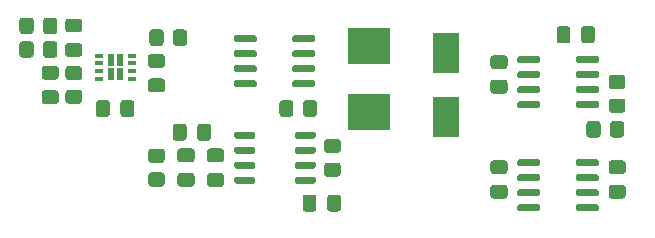
<source format=gtp>
G04 #@! TF.GenerationSoftware,KiCad,Pcbnew,(5.1.10)-1*
G04 #@! TF.CreationDate,2021-10-18T13:49:48+01:00*
G04 #@! TF.ProjectId,Battery,42617474-6572-4792-9e6b-696361645f70,1*
G04 #@! TF.SameCoordinates,Original*
G04 #@! TF.FileFunction,Paste,Top*
G04 #@! TF.FilePolarity,Positive*
%FSLAX46Y46*%
G04 Gerber Fmt 4.6, Leading zero omitted, Abs format (unit mm)*
G04 Created by KiCad (PCBNEW (5.1.10)-1) date 2021-10-18 13:49:48*
%MOMM*%
%LPD*%
G01*
G04 APERTURE LIST*
%ADD10R,0.600000X1.000000*%
%ADD11R,0.650000X0.350000*%
%ADD12R,3.600000X3.100000*%
%ADD13R,2.300000X3.500000*%
G04 APERTURE END LIST*
G36*
G01*
X127025000Y-103375000D02*
X127975000Y-103375000D01*
G75*
G02*
X128225000Y-103625000I0J-250000D01*
G01*
X128225000Y-104300000D01*
G75*
G02*
X127975000Y-104550000I-250000J0D01*
G01*
X127025000Y-104550000D01*
G75*
G02*
X126775000Y-104300000I0J250000D01*
G01*
X126775000Y-103625000D01*
G75*
G02*
X127025000Y-103375000I250000J0D01*
G01*
G37*
G36*
G01*
X127025000Y-105450000D02*
X127975000Y-105450000D01*
G75*
G02*
X128225000Y-105700000I0J-250000D01*
G01*
X128225000Y-106375000D01*
G75*
G02*
X127975000Y-106625000I-250000J0D01*
G01*
X127025000Y-106625000D01*
G75*
G02*
X126775000Y-106375000I0J250000D01*
G01*
X126775000Y-105700000D01*
G75*
G02*
X127025000Y-105450000I250000J0D01*
G01*
G37*
G36*
G01*
X165050000Y-106995000D02*
X165050000Y-106695000D01*
G75*
G02*
X165200000Y-106545000I150000J0D01*
G01*
X166850000Y-106545000D01*
G75*
G02*
X167000000Y-106695000I0J-150000D01*
G01*
X167000000Y-106995000D01*
G75*
G02*
X166850000Y-107145000I-150000J0D01*
G01*
X165200000Y-107145000D01*
G75*
G02*
X165050000Y-106995000I0J150000D01*
G01*
G37*
G36*
G01*
X165050000Y-108265000D02*
X165050000Y-107965000D01*
G75*
G02*
X165200000Y-107815000I150000J0D01*
G01*
X166850000Y-107815000D01*
G75*
G02*
X167000000Y-107965000I0J-150000D01*
G01*
X167000000Y-108265000D01*
G75*
G02*
X166850000Y-108415000I-150000J0D01*
G01*
X165200000Y-108415000D01*
G75*
G02*
X165050000Y-108265000I0J150000D01*
G01*
G37*
G36*
G01*
X165050000Y-109535000D02*
X165050000Y-109235000D01*
G75*
G02*
X165200000Y-109085000I150000J0D01*
G01*
X166850000Y-109085000D01*
G75*
G02*
X167000000Y-109235000I0J-150000D01*
G01*
X167000000Y-109535000D01*
G75*
G02*
X166850000Y-109685000I-150000J0D01*
G01*
X165200000Y-109685000D01*
G75*
G02*
X165050000Y-109535000I0J150000D01*
G01*
G37*
G36*
G01*
X165050000Y-110805000D02*
X165050000Y-110505000D01*
G75*
G02*
X165200000Y-110355000I150000J0D01*
G01*
X166850000Y-110355000D01*
G75*
G02*
X167000000Y-110505000I0J-150000D01*
G01*
X167000000Y-110805000D01*
G75*
G02*
X166850000Y-110955000I-150000J0D01*
G01*
X165200000Y-110955000D01*
G75*
G02*
X165050000Y-110805000I0J150000D01*
G01*
G37*
G36*
G01*
X170000000Y-110805000D02*
X170000000Y-110505000D01*
G75*
G02*
X170150000Y-110355000I150000J0D01*
G01*
X171800000Y-110355000D01*
G75*
G02*
X171950000Y-110505000I0J-150000D01*
G01*
X171950000Y-110805000D01*
G75*
G02*
X171800000Y-110955000I-150000J0D01*
G01*
X170150000Y-110955000D01*
G75*
G02*
X170000000Y-110805000I0J150000D01*
G01*
G37*
G36*
G01*
X170000000Y-109535000D02*
X170000000Y-109235000D01*
G75*
G02*
X170150000Y-109085000I150000J0D01*
G01*
X171800000Y-109085000D01*
G75*
G02*
X171950000Y-109235000I0J-150000D01*
G01*
X171950000Y-109535000D01*
G75*
G02*
X171800000Y-109685000I-150000J0D01*
G01*
X170150000Y-109685000D01*
G75*
G02*
X170000000Y-109535000I0J150000D01*
G01*
G37*
G36*
G01*
X170000000Y-108265000D02*
X170000000Y-107965000D01*
G75*
G02*
X170150000Y-107815000I150000J0D01*
G01*
X171800000Y-107815000D01*
G75*
G02*
X171950000Y-107965000I0J-150000D01*
G01*
X171950000Y-108265000D01*
G75*
G02*
X171800000Y-108415000I-150000J0D01*
G01*
X170150000Y-108415000D01*
G75*
G02*
X170000000Y-108265000I0J150000D01*
G01*
G37*
G36*
G01*
X170000000Y-106995000D02*
X170000000Y-106695000D01*
G75*
G02*
X170150000Y-106545000I150000J0D01*
G01*
X171800000Y-106545000D01*
G75*
G02*
X171950000Y-106695000I0J-150000D01*
G01*
X171950000Y-106995000D01*
G75*
G02*
X171800000Y-107145000I-150000J0D01*
G01*
X170150000Y-107145000D01*
G75*
G02*
X170000000Y-106995000I0J150000D01*
G01*
G37*
G36*
G01*
X165050000Y-115745000D02*
X165050000Y-115445000D01*
G75*
G02*
X165200000Y-115295000I150000J0D01*
G01*
X166850000Y-115295000D01*
G75*
G02*
X167000000Y-115445000I0J-150000D01*
G01*
X167000000Y-115745000D01*
G75*
G02*
X166850000Y-115895000I-150000J0D01*
G01*
X165200000Y-115895000D01*
G75*
G02*
X165050000Y-115745000I0J150000D01*
G01*
G37*
G36*
G01*
X165050000Y-117015000D02*
X165050000Y-116715000D01*
G75*
G02*
X165200000Y-116565000I150000J0D01*
G01*
X166850000Y-116565000D01*
G75*
G02*
X167000000Y-116715000I0J-150000D01*
G01*
X167000000Y-117015000D01*
G75*
G02*
X166850000Y-117165000I-150000J0D01*
G01*
X165200000Y-117165000D01*
G75*
G02*
X165050000Y-117015000I0J150000D01*
G01*
G37*
G36*
G01*
X165050000Y-118285000D02*
X165050000Y-117985000D01*
G75*
G02*
X165200000Y-117835000I150000J0D01*
G01*
X166850000Y-117835000D01*
G75*
G02*
X167000000Y-117985000I0J-150000D01*
G01*
X167000000Y-118285000D01*
G75*
G02*
X166850000Y-118435000I-150000J0D01*
G01*
X165200000Y-118435000D01*
G75*
G02*
X165050000Y-118285000I0J150000D01*
G01*
G37*
G36*
G01*
X165050000Y-119555000D02*
X165050000Y-119255000D01*
G75*
G02*
X165200000Y-119105000I150000J0D01*
G01*
X166850000Y-119105000D01*
G75*
G02*
X167000000Y-119255000I0J-150000D01*
G01*
X167000000Y-119555000D01*
G75*
G02*
X166850000Y-119705000I-150000J0D01*
G01*
X165200000Y-119705000D01*
G75*
G02*
X165050000Y-119555000I0J150000D01*
G01*
G37*
G36*
G01*
X170000000Y-119555000D02*
X170000000Y-119255000D01*
G75*
G02*
X170150000Y-119105000I150000J0D01*
G01*
X171800000Y-119105000D01*
G75*
G02*
X171950000Y-119255000I0J-150000D01*
G01*
X171950000Y-119555000D01*
G75*
G02*
X171800000Y-119705000I-150000J0D01*
G01*
X170150000Y-119705000D01*
G75*
G02*
X170000000Y-119555000I0J150000D01*
G01*
G37*
G36*
G01*
X170000000Y-118285000D02*
X170000000Y-117985000D01*
G75*
G02*
X170150000Y-117835000I150000J0D01*
G01*
X171800000Y-117835000D01*
G75*
G02*
X171950000Y-117985000I0J-150000D01*
G01*
X171950000Y-118285000D01*
G75*
G02*
X171800000Y-118435000I-150000J0D01*
G01*
X170150000Y-118435000D01*
G75*
G02*
X170000000Y-118285000I0J150000D01*
G01*
G37*
G36*
G01*
X170000000Y-117015000D02*
X170000000Y-116715000D01*
G75*
G02*
X170150000Y-116565000I150000J0D01*
G01*
X171800000Y-116565000D01*
G75*
G02*
X171950000Y-116715000I0J-150000D01*
G01*
X171950000Y-117015000D01*
G75*
G02*
X171800000Y-117165000I-150000J0D01*
G01*
X170150000Y-117165000D01*
G75*
G02*
X170000000Y-117015000I0J150000D01*
G01*
G37*
G36*
G01*
X170000000Y-115745000D02*
X170000000Y-115445000D01*
G75*
G02*
X170150000Y-115295000I150000J0D01*
G01*
X171800000Y-115295000D01*
G75*
G02*
X171950000Y-115445000I0J-150000D01*
G01*
X171950000Y-115745000D01*
G75*
G02*
X171800000Y-115895000I-150000J0D01*
G01*
X170150000Y-115895000D01*
G75*
G02*
X170000000Y-115745000I0J150000D01*
G01*
G37*
G36*
G01*
X141090000Y-113415000D02*
X141090000Y-113115000D01*
G75*
G02*
X141240000Y-112965000I150000J0D01*
G01*
X142690000Y-112965000D01*
G75*
G02*
X142840000Y-113115000I0J-150000D01*
G01*
X142840000Y-113415000D01*
G75*
G02*
X142690000Y-113565000I-150000J0D01*
G01*
X141240000Y-113565000D01*
G75*
G02*
X141090000Y-113415000I0J150000D01*
G01*
G37*
G36*
G01*
X141090000Y-114685000D02*
X141090000Y-114385000D01*
G75*
G02*
X141240000Y-114235000I150000J0D01*
G01*
X142690000Y-114235000D01*
G75*
G02*
X142840000Y-114385000I0J-150000D01*
G01*
X142840000Y-114685000D01*
G75*
G02*
X142690000Y-114835000I-150000J0D01*
G01*
X141240000Y-114835000D01*
G75*
G02*
X141090000Y-114685000I0J150000D01*
G01*
G37*
G36*
G01*
X141090000Y-115955000D02*
X141090000Y-115655000D01*
G75*
G02*
X141240000Y-115505000I150000J0D01*
G01*
X142690000Y-115505000D01*
G75*
G02*
X142840000Y-115655000I0J-150000D01*
G01*
X142840000Y-115955000D01*
G75*
G02*
X142690000Y-116105000I-150000J0D01*
G01*
X141240000Y-116105000D01*
G75*
G02*
X141090000Y-115955000I0J150000D01*
G01*
G37*
G36*
G01*
X141090000Y-117225000D02*
X141090000Y-116925000D01*
G75*
G02*
X141240000Y-116775000I150000J0D01*
G01*
X142690000Y-116775000D01*
G75*
G02*
X142840000Y-116925000I0J-150000D01*
G01*
X142840000Y-117225000D01*
G75*
G02*
X142690000Y-117375000I-150000J0D01*
G01*
X141240000Y-117375000D01*
G75*
G02*
X141090000Y-117225000I0J150000D01*
G01*
G37*
G36*
G01*
X146240000Y-117225000D02*
X146240000Y-116925000D01*
G75*
G02*
X146390000Y-116775000I150000J0D01*
G01*
X147840000Y-116775000D01*
G75*
G02*
X147990000Y-116925000I0J-150000D01*
G01*
X147990000Y-117225000D01*
G75*
G02*
X147840000Y-117375000I-150000J0D01*
G01*
X146390000Y-117375000D01*
G75*
G02*
X146240000Y-117225000I0J150000D01*
G01*
G37*
G36*
G01*
X146240000Y-115955000D02*
X146240000Y-115655000D01*
G75*
G02*
X146390000Y-115505000I150000J0D01*
G01*
X147840000Y-115505000D01*
G75*
G02*
X147990000Y-115655000I0J-150000D01*
G01*
X147990000Y-115955000D01*
G75*
G02*
X147840000Y-116105000I-150000J0D01*
G01*
X146390000Y-116105000D01*
G75*
G02*
X146240000Y-115955000I0J150000D01*
G01*
G37*
G36*
G01*
X146240000Y-114685000D02*
X146240000Y-114385000D01*
G75*
G02*
X146390000Y-114235000I150000J0D01*
G01*
X147840000Y-114235000D01*
G75*
G02*
X147990000Y-114385000I0J-150000D01*
G01*
X147990000Y-114685000D01*
G75*
G02*
X147840000Y-114835000I-150000J0D01*
G01*
X146390000Y-114835000D01*
G75*
G02*
X146240000Y-114685000I0J150000D01*
G01*
G37*
G36*
G01*
X146240000Y-113415000D02*
X146240000Y-113115000D01*
G75*
G02*
X146390000Y-112965000I150000J0D01*
G01*
X147840000Y-112965000D01*
G75*
G02*
X147990000Y-113115000I0J-150000D01*
G01*
X147990000Y-113415000D01*
G75*
G02*
X147840000Y-113565000I-150000J0D01*
G01*
X146390000Y-113565000D01*
G75*
G02*
X146240000Y-113415000I0J150000D01*
G01*
G37*
D10*
X130612500Y-106900000D03*
X131387500Y-106900000D03*
X131387500Y-108100000D03*
X130612500Y-108100000D03*
D11*
X132400000Y-106525000D03*
X132400000Y-107175000D03*
X132400000Y-107825000D03*
X132400000Y-108475000D03*
X129600000Y-108475000D03*
X129600000Y-107825000D03*
X129600000Y-107175000D03*
X129600000Y-106525000D03*
G36*
G01*
X173950001Y-111350000D02*
X173049999Y-111350000D01*
G75*
G02*
X172800000Y-111100001I0J249999D01*
G01*
X172800000Y-110399999D01*
G75*
G02*
X173049999Y-110150000I249999J0D01*
G01*
X173950001Y-110150000D01*
G75*
G02*
X174200000Y-110399999I0J-249999D01*
G01*
X174200000Y-111100001D01*
G75*
G02*
X173950001Y-111350000I-249999J0D01*
G01*
G37*
G36*
G01*
X173950001Y-109350000D02*
X173049999Y-109350000D01*
G75*
G02*
X172800000Y-109100001I0J249999D01*
G01*
X172800000Y-108399999D01*
G75*
G02*
X173049999Y-108150000I249999J0D01*
G01*
X173950001Y-108150000D01*
G75*
G02*
X174200000Y-108399999I0J-249999D01*
G01*
X174200000Y-109100001D01*
G75*
G02*
X173950001Y-109350000I-249999J0D01*
G01*
G37*
G36*
G01*
X174100000Y-112299999D02*
X174100000Y-113200001D01*
G75*
G02*
X173850001Y-113450000I-249999J0D01*
G01*
X173149999Y-113450000D01*
G75*
G02*
X172900000Y-113200001I0J249999D01*
G01*
X172900000Y-112299999D01*
G75*
G02*
X173149999Y-112050000I249999J0D01*
G01*
X173850001Y-112050000D01*
G75*
G02*
X174100000Y-112299999I0J-249999D01*
G01*
G37*
G36*
G01*
X172100000Y-112299999D02*
X172100000Y-113200001D01*
G75*
G02*
X171850001Y-113450000I-249999J0D01*
G01*
X171149999Y-113450000D01*
G75*
G02*
X170900000Y-113200001I0J249999D01*
G01*
X170900000Y-112299999D01*
G75*
G02*
X171149999Y-112050000I249999J0D01*
G01*
X171850001Y-112050000D01*
G75*
G02*
X172100000Y-112299999I0J-249999D01*
G01*
G37*
G36*
G01*
X146900000Y-111450001D02*
X146900000Y-110549999D01*
G75*
G02*
X147149999Y-110300000I249999J0D01*
G01*
X147850001Y-110300000D01*
G75*
G02*
X148100000Y-110549999I0J-249999D01*
G01*
X148100000Y-111450001D01*
G75*
G02*
X147850001Y-111700000I-249999J0D01*
G01*
X147149999Y-111700000D01*
G75*
G02*
X146900000Y-111450001I0J249999D01*
G01*
G37*
G36*
G01*
X144900000Y-111450001D02*
X144900000Y-110549999D01*
G75*
G02*
X145149999Y-110300000I249999J0D01*
G01*
X145850001Y-110300000D01*
G75*
G02*
X146100000Y-110549999I0J-249999D01*
G01*
X146100000Y-111450001D01*
G75*
G02*
X145850001Y-111700000I-249999J0D01*
G01*
X145149999Y-111700000D01*
G75*
G02*
X144900000Y-111450001I0J249999D01*
G01*
G37*
G36*
G01*
X135100000Y-104549999D02*
X135100000Y-105450001D01*
G75*
G02*
X134850001Y-105700000I-249999J0D01*
G01*
X134149999Y-105700000D01*
G75*
G02*
X133900000Y-105450001I0J249999D01*
G01*
X133900000Y-104549999D01*
G75*
G02*
X134149999Y-104300000I249999J0D01*
G01*
X134850001Y-104300000D01*
G75*
G02*
X135100000Y-104549999I0J-249999D01*
G01*
G37*
G36*
G01*
X137100000Y-104549999D02*
X137100000Y-105450001D01*
G75*
G02*
X136850001Y-105700000I-249999J0D01*
G01*
X136149999Y-105700000D01*
G75*
G02*
X135900000Y-105450001I0J249999D01*
G01*
X135900000Y-104549999D01*
G75*
G02*
X136149999Y-104300000I249999J0D01*
G01*
X136850001Y-104300000D01*
G75*
G02*
X137100000Y-104549999I0J-249999D01*
G01*
G37*
G36*
G01*
X134049999Y-116400000D02*
X134950001Y-116400000D01*
G75*
G02*
X135200000Y-116649999I0J-249999D01*
G01*
X135200000Y-117350001D01*
G75*
G02*
X134950001Y-117600000I-249999J0D01*
G01*
X134049999Y-117600000D01*
G75*
G02*
X133800000Y-117350001I0J249999D01*
G01*
X133800000Y-116649999D01*
G75*
G02*
X134049999Y-116400000I249999J0D01*
G01*
G37*
G36*
G01*
X134049999Y-114400000D02*
X134950001Y-114400000D01*
G75*
G02*
X135200000Y-114649999I0J-249999D01*
G01*
X135200000Y-115350001D01*
G75*
G02*
X134950001Y-115600000I-249999J0D01*
G01*
X134049999Y-115600000D01*
G75*
G02*
X133800000Y-115350001I0J249999D01*
G01*
X133800000Y-114649999D01*
G75*
G02*
X134049999Y-114400000I249999J0D01*
G01*
G37*
G36*
G01*
X127950001Y-108600000D02*
X127049999Y-108600000D01*
G75*
G02*
X126800000Y-108350001I0J249999D01*
G01*
X126800000Y-107649999D01*
G75*
G02*
X127049999Y-107400000I249999J0D01*
G01*
X127950001Y-107400000D01*
G75*
G02*
X128200000Y-107649999I0J-249999D01*
G01*
X128200000Y-108350001D01*
G75*
G02*
X127950001Y-108600000I-249999J0D01*
G01*
G37*
G36*
G01*
X127950001Y-110600000D02*
X127049999Y-110600000D01*
G75*
G02*
X126800000Y-110350001I0J249999D01*
G01*
X126800000Y-109649999D01*
G75*
G02*
X127049999Y-109400000I249999J0D01*
G01*
X127950001Y-109400000D01*
G75*
G02*
X128200000Y-109649999I0J-249999D01*
G01*
X128200000Y-110350001D01*
G75*
G02*
X127950001Y-110600000I-249999J0D01*
G01*
G37*
G36*
G01*
X124900000Y-106450001D02*
X124900000Y-105549999D01*
G75*
G02*
X125149999Y-105300000I249999J0D01*
G01*
X125850001Y-105300000D01*
G75*
G02*
X126100000Y-105549999I0J-249999D01*
G01*
X126100000Y-106450001D01*
G75*
G02*
X125850001Y-106700000I-249999J0D01*
G01*
X125149999Y-106700000D01*
G75*
G02*
X124900000Y-106450001I0J249999D01*
G01*
G37*
G36*
G01*
X122900000Y-106450001D02*
X122900000Y-105549999D01*
G75*
G02*
X123149999Y-105300000I249999J0D01*
G01*
X123850001Y-105300000D01*
G75*
G02*
X124100000Y-105549999I0J-249999D01*
G01*
X124100000Y-106450001D01*
G75*
G02*
X123850001Y-106700000I-249999J0D01*
G01*
X123149999Y-106700000D01*
G75*
G02*
X122900000Y-106450001I0J249999D01*
G01*
G37*
G36*
G01*
X124900000Y-104450001D02*
X124900000Y-103549999D01*
G75*
G02*
X125149999Y-103300000I249999J0D01*
G01*
X125850001Y-103300000D01*
G75*
G02*
X126100000Y-103549999I0J-249999D01*
G01*
X126100000Y-104450001D01*
G75*
G02*
X125850001Y-104700000I-249999J0D01*
G01*
X125149999Y-104700000D01*
G75*
G02*
X124900000Y-104450001I0J249999D01*
G01*
G37*
G36*
G01*
X122900000Y-104450001D02*
X122900000Y-103549999D01*
G75*
G02*
X123149999Y-103300000I249999J0D01*
G01*
X123850001Y-103300000D01*
G75*
G02*
X124100000Y-103549999I0J-249999D01*
G01*
X124100000Y-104450001D01*
G75*
G02*
X123850001Y-104700000I-249999J0D01*
G01*
X123149999Y-104700000D01*
G75*
G02*
X122900000Y-104450001I0J249999D01*
G01*
G37*
G36*
G01*
X149850001Y-114770000D02*
X148949999Y-114770000D01*
G75*
G02*
X148700000Y-114520001I0J249999D01*
G01*
X148700000Y-113819999D01*
G75*
G02*
X148949999Y-113570000I249999J0D01*
G01*
X149850001Y-113570000D01*
G75*
G02*
X150100000Y-113819999I0J-249999D01*
G01*
X150100000Y-114520001D01*
G75*
G02*
X149850001Y-114770000I-249999J0D01*
G01*
G37*
G36*
G01*
X149850001Y-116770000D02*
X148949999Y-116770000D01*
G75*
G02*
X148700000Y-116520001I0J249999D01*
G01*
X148700000Y-115819999D01*
G75*
G02*
X148949999Y-115570000I249999J0D01*
G01*
X149850001Y-115570000D01*
G75*
G02*
X150100000Y-115819999I0J-249999D01*
G01*
X150100000Y-116520001D01*
G75*
G02*
X149850001Y-116770000I-249999J0D01*
G01*
G37*
G36*
G01*
X146000000Y-105245000D02*
X146000000Y-104945000D01*
G75*
G02*
X146150000Y-104795000I150000J0D01*
G01*
X147800000Y-104795000D01*
G75*
G02*
X147950000Y-104945000I0J-150000D01*
G01*
X147950000Y-105245000D01*
G75*
G02*
X147800000Y-105395000I-150000J0D01*
G01*
X146150000Y-105395000D01*
G75*
G02*
X146000000Y-105245000I0J150000D01*
G01*
G37*
G36*
G01*
X146000000Y-106515000D02*
X146000000Y-106215000D01*
G75*
G02*
X146150000Y-106065000I150000J0D01*
G01*
X147800000Y-106065000D01*
G75*
G02*
X147950000Y-106215000I0J-150000D01*
G01*
X147950000Y-106515000D01*
G75*
G02*
X147800000Y-106665000I-150000J0D01*
G01*
X146150000Y-106665000D01*
G75*
G02*
X146000000Y-106515000I0J150000D01*
G01*
G37*
G36*
G01*
X146000000Y-107785000D02*
X146000000Y-107485000D01*
G75*
G02*
X146150000Y-107335000I150000J0D01*
G01*
X147800000Y-107335000D01*
G75*
G02*
X147950000Y-107485000I0J-150000D01*
G01*
X147950000Y-107785000D01*
G75*
G02*
X147800000Y-107935000I-150000J0D01*
G01*
X146150000Y-107935000D01*
G75*
G02*
X146000000Y-107785000I0J150000D01*
G01*
G37*
G36*
G01*
X146000000Y-109055000D02*
X146000000Y-108755000D01*
G75*
G02*
X146150000Y-108605000I150000J0D01*
G01*
X147800000Y-108605000D01*
G75*
G02*
X147950000Y-108755000I0J-150000D01*
G01*
X147950000Y-109055000D01*
G75*
G02*
X147800000Y-109205000I-150000J0D01*
G01*
X146150000Y-109205000D01*
G75*
G02*
X146000000Y-109055000I0J150000D01*
G01*
G37*
G36*
G01*
X141050000Y-109055000D02*
X141050000Y-108755000D01*
G75*
G02*
X141200000Y-108605000I150000J0D01*
G01*
X142850000Y-108605000D01*
G75*
G02*
X143000000Y-108755000I0J-150000D01*
G01*
X143000000Y-109055000D01*
G75*
G02*
X142850000Y-109205000I-150000J0D01*
G01*
X141200000Y-109205000D01*
G75*
G02*
X141050000Y-109055000I0J150000D01*
G01*
G37*
G36*
G01*
X141050000Y-107785000D02*
X141050000Y-107485000D01*
G75*
G02*
X141200000Y-107335000I150000J0D01*
G01*
X142850000Y-107335000D01*
G75*
G02*
X143000000Y-107485000I0J-150000D01*
G01*
X143000000Y-107785000D01*
G75*
G02*
X142850000Y-107935000I-150000J0D01*
G01*
X141200000Y-107935000D01*
G75*
G02*
X141050000Y-107785000I0J150000D01*
G01*
G37*
G36*
G01*
X141050000Y-106515000D02*
X141050000Y-106215000D01*
G75*
G02*
X141200000Y-106065000I150000J0D01*
G01*
X142850000Y-106065000D01*
G75*
G02*
X143000000Y-106215000I0J-150000D01*
G01*
X143000000Y-106515000D01*
G75*
G02*
X142850000Y-106665000I-150000J0D01*
G01*
X141200000Y-106665000D01*
G75*
G02*
X141050000Y-106515000I0J150000D01*
G01*
G37*
G36*
G01*
X141050000Y-105245000D02*
X141050000Y-104945000D01*
G75*
G02*
X141200000Y-104795000I150000J0D01*
G01*
X142850000Y-104795000D01*
G75*
G02*
X143000000Y-104945000I0J-150000D01*
G01*
X143000000Y-105245000D01*
G75*
G02*
X142850000Y-105395000I-150000J0D01*
G01*
X141200000Y-105395000D01*
G75*
G02*
X141050000Y-105245000I0J150000D01*
G01*
G37*
D12*
X152500000Y-105700000D03*
X152500000Y-111300000D03*
D13*
X159000000Y-106300000D03*
X159000000Y-111700000D03*
G36*
G01*
X169550000Y-104275000D02*
X169550000Y-105225000D01*
G75*
G02*
X169300000Y-105475000I-250000J0D01*
G01*
X168625000Y-105475000D01*
G75*
G02*
X168375000Y-105225000I0J250000D01*
G01*
X168375000Y-104275000D01*
G75*
G02*
X168625000Y-104025000I250000J0D01*
G01*
X169300000Y-104025000D01*
G75*
G02*
X169550000Y-104275000I0J-250000D01*
G01*
G37*
G36*
G01*
X171625000Y-104275000D02*
X171625000Y-105225000D01*
G75*
G02*
X171375000Y-105475000I-250000J0D01*
G01*
X170700000Y-105475000D01*
G75*
G02*
X170450000Y-105225000I0J250000D01*
G01*
X170450000Y-104275000D01*
G75*
G02*
X170700000Y-104025000I250000J0D01*
G01*
X171375000Y-104025000D01*
G75*
G02*
X171625000Y-104275000I0J-250000D01*
G01*
G37*
G36*
G01*
X173025000Y-117450000D02*
X173975000Y-117450000D01*
G75*
G02*
X174225000Y-117700000I0J-250000D01*
G01*
X174225000Y-118375000D01*
G75*
G02*
X173975000Y-118625000I-250000J0D01*
G01*
X173025000Y-118625000D01*
G75*
G02*
X172775000Y-118375000I0J250000D01*
G01*
X172775000Y-117700000D01*
G75*
G02*
X173025000Y-117450000I250000J0D01*
G01*
G37*
G36*
G01*
X173025000Y-115375000D02*
X173975000Y-115375000D01*
G75*
G02*
X174225000Y-115625000I0J-250000D01*
G01*
X174225000Y-116300000D01*
G75*
G02*
X173975000Y-116550000I-250000J0D01*
G01*
X173025000Y-116550000D01*
G75*
G02*
X172775000Y-116300000I0J250000D01*
G01*
X172775000Y-115625000D01*
G75*
G02*
X173025000Y-115375000I250000J0D01*
G01*
G37*
G36*
G01*
X163025000Y-108550000D02*
X163975000Y-108550000D01*
G75*
G02*
X164225000Y-108800000I0J-250000D01*
G01*
X164225000Y-109475000D01*
G75*
G02*
X163975000Y-109725000I-250000J0D01*
G01*
X163025000Y-109725000D01*
G75*
G02*
X162775000Y-109475000I0J250000D01*
G01*
X162775000Y-108800000D01*
G75*
G02*
X163025000Y-108550000I250000J0D01*
G01*
G37*
G36*
G01*
X163025000Y-106475000D02*
X163975000Y-106475000D01*
G75*
G02*
X164225000Y-106725000I0J-250000D01*
G01*
X164225000Y-107400000D01*
G75*
G02*
X163975000Y-107650000I-250000J0D01*
G01*
X163025000Y-107650000D01*
G75*
G02*
X162775000Y-107400000I0J250000D01*
G01*
X162775000Y-106725000D01*
G75*
G02*
X163025000Y-106475000I250000J0D01*
G01*
G37*
G36*
G01*
X163025000Y-117450000D02*
X163975000Y-117450000D01*
G75*
G02*
X164225000Y-117700000I0J-250000D01*
G01*
X164225000Y-118375000D01*
G75*
G02*
X163975000Y-118625000I-250000J0D01*
G01*
X163025000Y-118625000D01*
G75*
G02*
X162775000Y-118375000I0J250000D01*
G01*
X162775000Y-117700000D01*
G75*
G02*
X163025000Y-117450000I250000J0D01*
G01*
G37*
G36*
G01*
X163025000Y-115375000D02*
X163975000Y-115375000D01*
G75*
G02*
X164225000Y-115625000I0J-250000D01*
G01*
X164225000Y-116300000D01*
G75*
G02*
X163975000Y-116550000I-250000J0D01*
G01*
X163025000Y-116550000D01*
G75*
G02*
X162775000Y-116300000I0J250000D01*
G01*
X162775000Y-115625000D01*
G75*
G02*
X163025000Y-115375000I250000J0D01*
G01*
G37*
G36*
G01*
X134025000Y-106375000D02*
X134975000Y-106375000D01*
G75*
G02*
X135225000Y-106625000I0J-250000D01*
G01*
X135225000Y-107300000D01*
G75*
G02*
X134975000Y-107550000I-250000J0D01*
G01*
X134025000Y-107550000D01*
G75*
G02*
X133775000Y-107300000I0J250000D01*
G01*
X133775000Y-106625000D01*
G75*
G02*
X134025000Y-106375000I250000J0D01*
G01*
G37*
G36*
G01*
X134025000Y-108450000D02*
X134975000Y-108450000D01*
G75*
G02*
X135225000Y-108700000I0J-250000D01*
G01*
X135225000Y-109375000D01*
G75*
G02*
X134975000Y-109625000I-250000J0D01*
G01*
X134025000Y-109625000D01*
G75*
G02*
X133775000Y-109375000I0J250000D01*
G01*
X133775000Y-108700000D01*
G75*
G02*
X134025000Y-108450000I250000J0D01*
G01*
G37*
G36*
G01*
X139025000Y-114375000D02*
X139975000Y-114375000D01*
G75*
G02*
X140225000Y-114625000I0J-250000D01*
G01*
X140225000Y-115300000D01*
G75*
G02*
X139975000Y-115550000I-250000J0D01*
G01*
X139025000Y-115550000D01*
G75*
G02*
X138775000Y-115300000I0J250000D01*
G01*
X138775000Y-114625000D01*
G75*
G02*
X139025000Y-114375000I250000J0D01*
G01*
G37*
G36*
G01*
X139025000Y-116450000D02*
X139975000Y-116450000D01*
G75*
G02*
X140225000Y-116700000I0J-250000D01*
G01*
X140225000Y-117375000D01*
G75*
G02*
X139975000Y-117625000I-250000J0D01*
G01*
X139025000Y-117625000D01*
G75*
G02*
X138775000Y-117375000I0J250000D01*
G01*
X138775000Y-116700000D01*
G75*
G02*
X139025000Y-116450000I250000J0D01*
G01*
G37*
G36*
G01*
X136525000Y-114375000D02*
X137475000Y-114375000D01*
G75*
G02*
X137725000Y-114625000I0J-250000D01*
G01*
X137725000Y-115300000D01*
G75*
G02*
X137475000Y-115550000I-250000J0D01*
G01*
X136525000Y-115550000D01*
G75*
G02*
X136275000Y-115300000I0J250000D01*
G01*
X136275000Y-114625000D01*
G75*
G02*
X136525000Y-114375000I250000J0D01*
G01*
G37*
G36*
G01*
X136525000Y-116450000D02*
X137475000Y-116450000D01*
G75*
G02*
X137725000Y-116700000I0J-250000D01*
G01*
X137725000Y-117375000D01*
G75*
G02*
X137475000Y-117625000I-250000J0D01*
G01*
X136525000Y-117625000D01*
G75*
G02*
X136275000Y-117375000I0J250000D01*
G01*
X136275000Y-116700000D01*
G75*
G02*
X136525000Y-116450000I250000J0D01*
G01*
G37*
G36*
G01*
X129375000Y-111475000D02*
X129375000Y-110525000D01*
G75*
G02*
X129625000Y-110275000I250000J0D01*
G01*
X130300000Y-110275000D01*
G75*
G02*
X130550000Y-110525000I0J-250000D01*
G01*
X130550000Y-111475000D01*
G75*
G02*
X130300000Y-111725000I-250000J0D01*
G01*
X129625000Y-111725000D01*
G75*
G02*
X129375000Y-111475000I0J250000D01*
G01*
G37*
G36*
G01*
X131450000Y-111475000D02*
X131450000Y-110525000D01*
G75*
G02*
X131700000Y-110275000I250000J0D01*
G01*
X132375000Y-110275000D01*
G75*
G02*
X132625000Y-110525000I0J-250000D01*
G01*
X132625000Y-111475000D01*
G75*
G02*
X132375000Y-111725000I-250000J0D01*
G01*
X131700000Y-111725000D01*
G75*
G02*
X131450000Y-111475000I0J250000D01*
G01*
G37*
G36*
G01*
X139125000Y-112525000D02*
X139125000Y-113475000D01*
G75*
G02*
X138875000Y-113725000I-250000J0D01*
G01*
X138200000Y-113725000D01*
G75*
G02*
X137950000Y-113475000I0J250000D01*
G01*
X137950000Y-112525000D01*
G75*
G02*
X138200000Y-112275000I250000J0D01*
G01*
X138875000Y-112275000D01*
G75*
G02*
X139125000Y-112525000I0J-250000D01*
G01*
G37*
G36*
G01*
X137050000Y-112525000D02*
X137050000Y-113475000D01*
G75*
G02*
X136800000Y-113725000I-250000J0D01*
G01*
X136125000Y-113725000D01*
G75*
G02*
X135875000Y-113475000I0J250000D01*
G01*
X135875000Y-112525000D01*
G75*
G02*
X136125000Y-112275000I250000J0D01*
G01*
X136800000Y-112275000D01*
G75*
G02*
X137050000Y-112525000I0J-250000D01*
G01*
G37*
G36*
G01*
X125025000Y-107375000D02*
X125975000Y-107375000D01*
G75*
G02*
X126225000Y-107625000I0J-250000D01*
G01*
X126225000Y-108300000D01*
G75*
G02*
X125975000Y-108550000I-250000J0D01*
G01*
X125025000Y-108550000D01*
G75*
G02*
X124775000Y-108300000I0J250000D01*
G01*
X124775000Y-107625000D01*
G75*
G02*
X125025000Y-107375000I250000J0D01*
G01*
G37*
G36*
G01*
X125025000Y-109450000D02*
X125975000Y-109450000D01*
G75*
G02*
X126225000Y-109700000I0J-250000D01*
G01*
X126225000Y-110375000D01*
G75*
G02*
X125975000Y-110625000I-250000J0D01*
G01*
X125025000Y-110625000D01*
G75*
G02*
X124775000Y-110375000I0J250000D01*
G01*
X124775000Y-109700000D01*
G75*
G02*
X125025000Y-109450000I250000J0D01*
G01*
G37*
G36*
G01*
X150125000Y-118525000D02*
X150125000Y-119475000D01*
G75*
G02*
X149875000Y-119725000I-250000J0D01*
G01*
X149200000Y-119725000D01*
G75*
G02*
X148950000Y-119475000I0J250000D01*
G01*
X148950000Y-118525000D01*
G75*
G02*
X149200000Y-118275000I250000J0D01*
G01*
X149875000Y-118275000D01*
G75*
G02*
X150125000Y-118525000I0J-250000D01*
G01*
G37*
G36*
G01*
X148050000Y-118525000D02*
X148050000Y-119475000D01*
G75*
G02*
X147800000Y-119725000I-250000J0D01*
G01*
X147125000Y-119725000D01*
G75*
G02*
X146875000Y-119475000I0J250000D01*
G01*
X146875000Y-118525000D01*
G75*
G02*
X147125000Y-118275000I250000J0D01*
G01*
X147800000Y-118275000D01*
G75*
G02*
X148050000Y-118525000I0J-250000D01*
G01*
G37*
M02*

</source>
